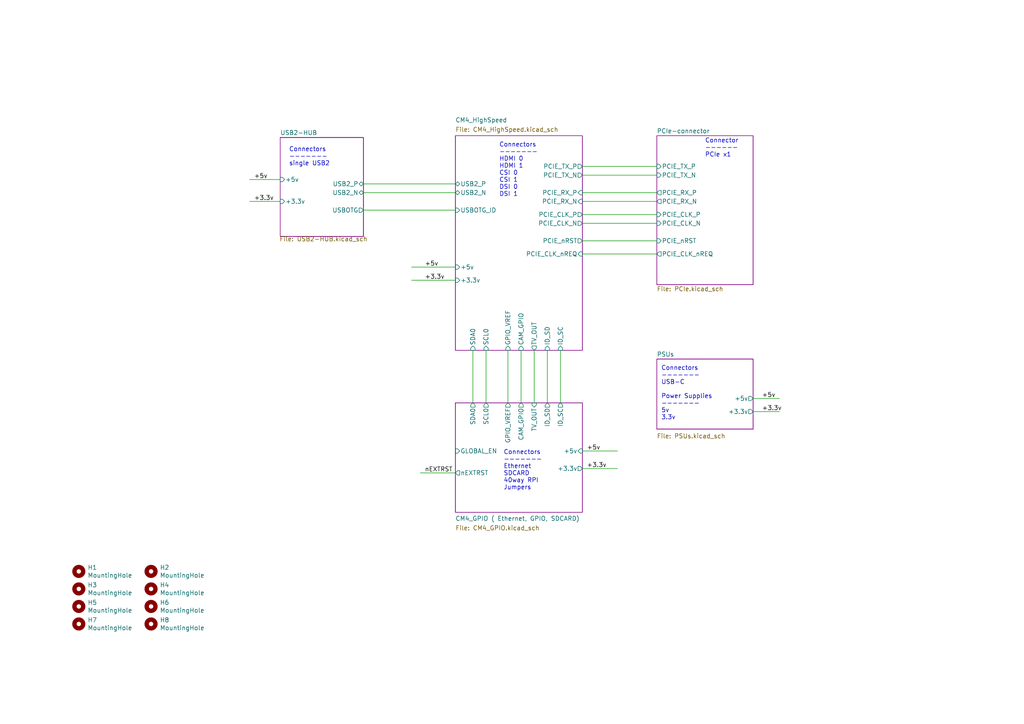
<source format=kicad_sch>
(kicad_sch (version 20210406) (generator eeschema)
  (paper "A4")
  (title_block (title "Compute Module 4 IO Board - Top Level") (rev "1") (company "(c) Raspberry Pi Trading 2020") (comment 1 "www.raspberrypi.org"))
  (lib_symbols
    (symbol "Mechanical:MountingHole"
      (property "Reference" "H" (at 0 5.08 0))
      (property "Value" "MountingHole" (at 0 3.175 0))
      (symbol "MountingHole_0_1"
        (circle (center 0 0) (radius 1.27) (stroke (width 1.27)))
      )
    )
  )
  (wire (pts (xy 81.28 52.07) (xy 72.39 52.07)))
  (wire (pts (xy 81.28 58.42) (xy 72.39 58.42)))
  (wire (pts (xy 105.41 53.34) (xy 132.08 53.34)))
  (wire (pts (xy 105.41 55.88) (xy 132.08 55.88)))
  (wire (pts (xy 105.41 60.96) (xy 132.08 60.96)))
  (wire (pts (xy 119.38 77.47) (xy 132.08 77.47)))
  (wire (pts (xy 121.92 137.16) (xy 132.08 137.16)))
  (wire (pts (xy 132.08 81.28) (xy 119.38 81.28)))
  (wire (pts (xy 137.16 101.6) (xy 137.16 116.84)))
  (wire (pts (xy 140.97 101.6) (xy 140.97 116.84)))
  (wire (pts (xy 147.32 101.6) (xy 147.32 116.84)))
  (wire (pts (xy 151.13 116.84) (xy 151.13 101.6)))
  (wire (pts (xy 154.94 116.84) (xy 154.94 101.6)))
  (wire (pts (xy 158.75 101.6) (xy 158.75 116.84)))
  (wire (pts (xy 162.56 116.84) (xy 162.56 101.6)))
  (wire (pts (xy 168.91 48.26) (xy 190.5 48.26)))
  (wire (pts (xy 168.91 50.8) (xy 190.5 50.8)))
  (wire (pts (xy 168.91 55.88) (xy 190.5 55.88)))
  (wire (pts (xy 168.91 58.42) (xy 190.5 58.42)))
  (wire (pts (xy 168.91 62.23) (xy 190.5 62.23)))
  (wire (pts (xy 168.91 64.77) (xy 190.5 64.77)))
  (wire (pts (xy 168.91 69.85) (xy 190.5 69.85)))
  (wire (pts (xy 168.91 73.66) (xy 190.5 73.66)))
  (wire (pts (xy 168.91 135.89) (xy 179.07 135.89)))
  (wire (pts (xy 179.07 130.81) (xy 168.91 130.81)))
  (wire (pts (xy 218.44 115.57) (xy 226.06 115.57)))
  (wire (pts (xy 218.44 119.38) (xy 226.06 119.38)))
  (text "Connectors\n-------\nsingle USB2" (at 83.82 48.26 0) (effects (font (size 1.27 1.27)) (justify left bottom)))
  (text "Connectors\n-------\nHDMI 0\nHDMI 1\nCSI 0\nCSI 1\nDSI 0\nDSI 1" (at 144.78 57.15 0) (effects (font (size 1.27 1.27)) (justify left bottom)))
  (text "Connectors\n-------\nEthernet\nSDCARD\n40way RPI\nJumpers" (at 146.05 142.24 0) (effects (font (size 1.27 1.27)) (justify left bottom)))
  (text "Connectors\n-------\nUSB-C\n\nPower Supplies\n-------\n5v\n3.3v" (at 191.77 121.92 0) (effects (font (size 1.27 1.27)) (justify left bottom)))
  (text "Connector\n------\nPCIe x1" (at 204.47 45.72 0) (effects (font (size 1.27 1.27)) (justify left bottom)))
  (label "+5v" (at 73.66 52.07 0))
  (label "+3.3v" (at 73.66 58.42 0))
  (label "+5v" (at 123.19 77.47 0))
  (label "+3.3v" (at 123.19 81.28 0))
  (label "nEXTRST" (at 123.19 137.16 0))
  (label "+5v" (at 170.18 130.81 0))
  (label "+3.3v" (at 170.18 135.89 0))
  (label "+5v" (at 220.98 115.57 0))
  (label "+3.3v" (at 220.98 119.38 0))
  (symbol (lib_id "Mechanical:MountingHole") (at 22.86 165.735 0) (unit 1)
    (property "Reference" "H1" (at 25.4 164.592 0) (effects (justify left)))
    (property "Value" "MountingHole" (at 25.4 166.878 0) (effects (justify left)))
    (property "Footprint" "MountingHole:MountingHole_2.7mm_M2.5" (effects hide))
    (property "Field4" "nf" (effects hide))
    (property "Field5" "nf" (effects hide))
    (property "Field6" "nf" (effects hide))
    (property "Field7" "nf" (effects hide))
    (property "Part Description" "M2.5 mounting hole" (effects hide))
  )
  (symbol (lib_id "Mechanical:MountingHole") (at 22.86 170.815 0) (unit 1)
    (property "Reference" "H3" (at 25.4 169.672 0) (effects (justify left)))
    (property "Value" "MountingHole" (at 25.4 171.958 0) (effects (justify left)))
    (property "Footprint" "MountingHole:MountingHole_2.7mm_M2.5" (effects hide))
    (property "Field4" "nf" (effects hide))
    (property "Field5" "nf" (effects hide))
    (property "Field6" "nf" (effects hide))
    (property "Field7" "nf" (effects hide))
    (property "Part Description" "M2.5 mounting hole" (effects hide))
  )
  (symbol (lib_id "Mechanical:MountingHole") (at 22.86 175.895 0) (unit 1)
    (property "Reference" "H5" (at 25.4 174.752 0) (effects (justify left)))
    (property "Value" "MountingHole" (at 25.4 177.038 0) (effects (justify left)))
    (property "Footprint" "MountingHole:MountingHole_2.7mm_M2.5" (effects hide))
    (property "Field4" "nf" (effects hide))
    (property "Field5" "nf" (effects hide))
    (property "Field6" "nf" (effects hide))
    (property "Field7" "nf" (effects hide))
    (property "Part Description" "M2.5 mounting hole" (effects hide))
  )
  (symbol (lib_id "Mechanical:MountingHole") (at 22.86 180.975 0) (unit 1)
    (property "Reference" "H7" (at 25.4 179.832 0) (effects (justify left)))
    (property "Value" "MountingHole" (at 25.4 182.118 0) (effects (justify left)))
    (property "Footprint" "MountingHole:MountingHole_2.7mm_M2.5" (effects hide))
    (property "Field4" "nf" (effects hide))
    (property "Field5" "nf" (effects hide))
    (property "Field6" "nf" (effects hide))
    (property "Field7" "nf" (effects hide))
    (property "Part Description" "M2.5 mounting hole" (effects hide))
  )
  (symbol (lib_id "Mechanical:MountingHole") (at 43.815 165.735 0) (unit 1)
    (property "Reference" "H2" (at 46.355 164.592 0) (effects (justify left)))
    (property "Value" "MountingHole" (at 46.355 166.878 0) (effects (justify left)))
    (property "Footprint" "MountingHole:MountingHole_2.7mm_M2.5" (effects hide))
    (property "Field4" "nf" (effects hide))
    (property "Field5" "nf" (effects hide))
    (property "Field6" "nf" (effects hide))
    (property "Field7" "nf" (effects hide))
    (property "Part Description" "M2.5 mounting hole" (effects hide))
  )
  (symbol (lib_id "Mechanical:MountingHole") (at 43.815 170.815 0) (unit 1)
    (property "Reference" "H4" (at 46.355 169.672 0) (effects (justify left)))
    (property "Value" "MountingHole" (at 46.355 171.958 0) (effects (justify left)))
    (property "Footprint" "MountingHole:MountingHole_2.7mm_M2.5" (effects hide))
    (property "Field4" "nf" (effects hide))
    (property "Field5" "nf" (effects hide))
    (property "Field6" "nf" (effects hide))
    (property "Field7" "nf" (effects hide))
    (property "Part Description" "M2.5 mounting hole" (effects hide))
  )
  (symbol (lib_id "Mechanical:MountingHole") (at 43.815 175.895 0) (unit 1)
    (property "Reference" "H6" (at 46.355 174.752 0) (effects (justify left)))
    (property "Value" "MountingHole" (at 46.355 177.038 0) (effects (justify left)))
    (property "Footprint" "MountingHole:MountingHole_2.7mm_M2.5" (effects hide))
    (property "Field4" "nf" (effects hide))
    (property "Field5" "nf" (effects hide))
    (property "Field6" "nf" (effects hide))
    (property "Field7" "nf" (effects hide))
    (property "Part Description" "M2.5 mounting hole" (effects hide))
  )
  (symbol (lib_id "Mechanical:MountingHole") (at 43.815 180.975 0) (unit 1)
    (property "Reference" "H8" (at 46.355 179.832 0) (effects (justify left)))
    (property "Value" "MountingHole" (at 46.355 182.118 0) (effects (justify left)))
    (property "Footprint" "MountingHole:MountingHole_2.7mm_M2.5" (effects hide))
    (property "Field4" "nf" (effects hide))
    (property "Field5" "nf" (effects hide))
    (property "Field6" "nf" (effects hide))
    (property "Field7" "nf" (effects hide))
    (property "Part Description" "M2.5 mounting hole" (effects hide))
  )
  (sheet (at 132.08 116.84) (size 36.83 31.75) (stroke (width 0.1524) (color 132 0 132 1)) (fill (color 255 255 255 0.0000))
    (property "Sheet name" "CM4_GPIO ( Ethernet, GPIO, SDCARD)" (at 132.08 151.13 0) (effects (justify left bottom)))
    (property "Sheet file" "CM4_GPIO.kicad_sch" (at 132.08 152.4 0) (effects (justify left top)))
    (pin "ID_SC" output (at 162.56 116.84 90))
    (pin "ID_SD" output (at 158.75 116.84 90))
    (pin "CAM_GPIO" output (at 151.13 116.84 90))
    (pin "SCL0" output (at 140.97 116.84 90))
    (pin "SDA0" output (at 137.16 116.84 90))
    (pin "+5v" input (at 168.91 130.81 0))
    (pin "+3.3v" output (at 168.91 135.89 0))
    (pin "nEXTRST" output (at 132.08 137.16 180))
    (pin "GLOBAL_EN" input (at 132.08 130.81 180))
    (pin "GPIO_VREF" output (at 147.32 116.84 90))
    (pin "TV_OUT" input (at 154.94 116.84 90))
  )
  (sheet (at 132.08 39.37) (size 36.83 62.23) (stroke (width 0.1524) (color 132 0 132 1)) (fill (color 255 255 255 0.0000))
    (property "Sheet name" "CM4_HighSpeed" (at 132.08 35.56 0) (effects (justify left bottom)))
    (property "Sheet file" "CM4_HighSpeed.kicad_sch" (at 132.08 36.83 0) (effects (justify left top)))
    (pin "USB2_N" bidirectional (at 132.08 55.88 180))
    (pin "USB2_P" bidirectional (at 132.08 53.34 180))
    (pin "ID_SC" input (at 162.56 101.6 270))
    (pin "ID_SD" input (at 158.75 101.6 270))
    (pin "CAM_GPIO" input (at 151.13 101.6 270))
    (pin "SCL0" input (at 140.97 101.6 270))
    (pin "SDA0" input (at 137.16 101.6 270))
    (pin "+5v" input (at 132.08 77.47 180))
    (pin "PCIE_CLK_P" output (at 168.91 62.23 0))
    (pin "PCIE_CLK_N" output (at 168.91 64.77 0))
    (pin "PCIE_TX_P" output (at 168.91 48.26 0))
    (pin "PCIE_TX_N" output (at 168.91 50.8 0))
    (pin "PCIE_nRST" output (at 168.91 69.85 0))
    (pin "PCIE_RX_P" input (at 168.91 55.88 0))
    (pin "PCIE_RX_N" input (at 168.91 58.42 0))
    (pin "PCIE_CLK_nREQ" input (at 168.91 73.66 0))
    (pin "+3.3v" input (at 132.08 81.28 180))
    (pin "USBOTG_ID" input (at 132.08 60.96 180))
    (pin "GPIO_VREF" input (at 147.32 101.6 270))
    (pin "TV_OUT" output (at 154.94 101.6 270))
  )
  (sheet (at 190.5 39.37) (size 27.94 43.18) (stroke (width 0.152) (color 132 0 132 1)) (fill (color 255 255 255 0.0000))
    (property "Sheet name" "PCIe-connector" (at 190.5 38.734 0) (effects (justify left bottom)))
    (property "Sheet file" "PCIe.kicad_sch" (at 190.5 83.0585 0) (effects (justify left top)))
    (pin "PCIE_CLK_P" input (at 190.5 62.23 180))
    (pin "PCIE_CLK_N" input (at 190.5 64.77 180))
    (pin "PCIE_TX_P" input (at 190.5 48.26 180))
    (pin "PCIE_TX_N" input (at 190.5 50.8 180))
    (pin "PCIE_CLK_nREQ" output (at 190.5 73.66 180))
    (pin "PCIE_nRST" input (at 190.5 69.85 180))
    (pin "PCIE_RX_P" output (at 190.5 55.88 180))
    (pin "PCIE_RX_N" output (at 190.5 58.42 180))
  )
  (sheet (at 190.5 104.14) (size 27.94 20.32) (stroke (width 0.1524) (color 132 0 132 1)) (fill (color 255 255 255 0.0000))
    (property "Sheet name" "PSUs" (at 190.5 103.5045 0) (effects (justify left bottom)))
    (property "Sheet file" "PSUs.kicad_sch" (at 190.5 125.73 0) (effects (justify left top)))
    (pin "+5v" output (at 218.44 115.57 0))
    (pin "+3.3v" output (at 218.44 119.38 0))
  )
  (sheet (at 81.28 39.878) (size 24.13 28.702) (stroke (width 0.1524) (color 132 0 132 1)) (fill (color 255 255 255 0.0000))
    (property "Sheet name" "USB2-HUB" (at 81.28 39.2425 0) (effects (justify left bottom)))
    (property "Sheet file" "USB2-HUB.kicad_sch" (at 81.026 68.58 0) (effects (justify left top)))
    (pin "USB2_N" bidirectional (at 105.41 55.88 0))
    (pin "USB2_P" bidirectional (at 105.41 53.34 0))
    (pin "+5v" input (at 81.28 52.07 180))
    (pin "+3.3v" input (at 81.28 58.42 180))
    (pin "USBOTG" output (at 105.41 60.96 0))
  )
)
</source>
